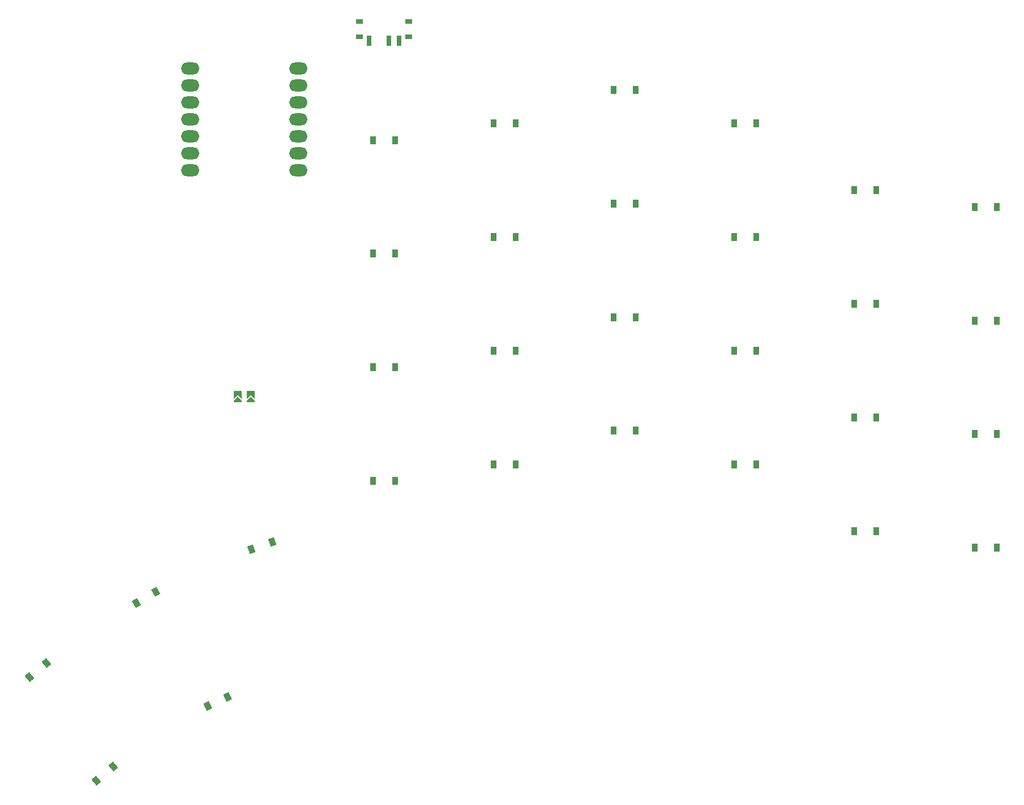
<source format=gbr>
%TF.GenerationSoftware,KiCad,Pcbnew,8.0.6*%
%TF.CreationDate,2025-01-31T15:21:25+01:00*%
%TF.ProjectId,sleepy58,736c6565-7079-4353-982e-6b696361645f,v1.0.0*%
%TF.SameCoordinates,Original*%
%TF.FileFunction,Paste,Bot*%
%TF.FilePolarity,Positive*%
%FSLAX46Y46*%
G04 Gerber Fmt 4.6, Leading zero omitted, Abs format (unit mm)*
G04 Created by KiCad (PCBNEW 8.0.6) date 2025-01-31 15:21:25*
%MOMM*%
%LPD*%
G01*
G04 APERTURE LIST*
G04 Aperture macros list*
%AMRotRect*
0 Rectangle, with rotation*
0 The origin of the aperture is its center*
0 $1 length*
0 $2 width*
0 $3 Rotation angle, in degrees counterclockwise*
0 Add horizontal line*
21,1,$1,$2,0,0,$3*%
%AMFreePoly0*
4,1,6,0.600000,-1.000000,0.000000,-0.400000,-0.600000,-1.000000,-0.600000,0.250000,0.600000,0.250000,0.600000,-1.000000,0.600000,-1.000000,$1*%
%AMFreePoly1*
4,1,6,0.600000,-0.200000,0.600000,-0.400000,-0.600000,-0.400000,-0.600000,-0.200000,0.000000,0.400000,0.600000,-0.200000,0.600000,-0.200000,$1*%
G04 Aperture macros list end*
%ADD10R,0.900000X1.200000*%
%ADD11RotRect,0.900000X1.200000X40.000000*%
%ADD12RotRect,0.900000X1.200000X20.000000*%
%ADD13RotRect,0.900000X1.200000X30.000000*%
%ADD14FreePoly0,0.000000*%
%ADD15FreePoly1,0.000000*%
%ADD16O,2.750000X1.800000*%
%ADD17RotRect,0.900000X1.200000X25.000000*%
%ADD18R,1.000000X0.800000*%
%ADD19R,0.700000X1.500000*%
G04 APERTURE END LIST*
D10*
%TO.C,D1*%
X98350000Y-105000000D03*
X101650000Y-105000000D03*
%TD*%
%TO.C,D21*%
X188350000Y-115000000D03*
X191650000Y-115000000D03*
%TD*%
D11*
%TO.C,D29*%
X56949927Y-149890800D03*
X59477873Y-147769600D03*
%TD*%
D10*
%TO.C,D2*%
X98350000Y-88000000D03*
X101650000Y-88000000D03*
%TD*%
%TO.C,D14*%
X152350000Y-85500000D03*
X155650000Y-85500000D03*
%TD*%
%TO.C,D6*%
X116350000Y-85500000D03*
X119650000Y-85500000D03*
%TD*%
%TO.C,D9*%
X134350000Y-97500000D03*
X137650000Y-97500000D03*
%TD*%
%TO.C,D8*%
X116350000Y-51500000D03*
X119650000Y-51500000D03*
%TD*%
D12*
%TO.C,D25*%
X80159607Y-115262833D03*
X83260593Y-114134167D03*
%TD*%
D13*
%TO.C,D26*%
X62971058Y-123255100D03*
X65828942Y-121605100D03*
%TD*%
D10*
%TO.C,D5*%
X116350000Y-102500000D03*
X119650000Y-102500000D03*
%TD*%
%TO.C,D12*%
X134350000Y-46500000D03*
X137650000Y-46500000D03*
%TD*%
%TO.C,D23*%
X188350000Y-81000000D03*
X191650000Y-81000000D03*
%TD*%
%TO.C,D4*%
X98350000Y-54000000D03*
X101650000Y-54000000D03*
%TD*%
D11*
%TO.C,D27*%
X46949927Y-134390800D03*
X49477873Y-132269600D03*
%TD*%
D10*
%TO.C,D15*%
X152350000Y-68500000D03*
X155650000Y-68500000D03*
%TD*%
%TO.C,D17*%
X170350000Y-112500000D03*
X173650000Y-112500000D03*
%TD*%
D14*
%TO.C,JST1*%
X78100000Y-91784000D03*
X80100000Y-91784000D03*
D15*
X80100000Y-92800000D03*
X78100000Y-92800000D03*
%TD*%
D10*
%TO.C,D22*%
X188350000Y-98000000D03*
X191650000Y-98000000D03*
%TD*%
%TO.C,D7*%
X116350000Y-68500000D03*
X119650000Y-68500000D03*
%TD*%
%TO.C,D20*%
X170350000Y-61500000D03*
X173650000Y-61500000D03*
%TD*%
%TO.C,D10*%
X134350000Y-80500000D03*
X137650000Y-80500000D03*
%TD*%
%TO.C,D3*%
X98350000Y-71000000D03*
X101650000Y-71000000D03*
%TD*%
D16*
%TO.C,MCU1*%
X87194960Y-43280000D03*
X87194960Y-45820000D03*
X87194960Y-48360000D03*
X87194960Y-50900000D03*
X87194960Y-53440000D03*
X87194960Y-55980000D03*
X87194960Y-58520000D03*
X71005040Y-58520000D03*
X71005040Y-55980000D03*
X71005040Y-53440000D03*
X71005040Y-50900000D03*
X71005040Y-48360000D03*
X71005040Y-45820000D03*
X71005040Y-43280000D03*
%TD*%
D10*
%TO.C,D11*%
X134350000Y-63500000D03*
X137650000Y-63500000D03*
%TD*%
%TO.C,D16*%
X152350000Y-51500000D03*
X155650000Y-51500000D03*
%TD*%
D17*
%TO.C,D28*%
X73617692Y-138728820D03*
X76608508Y-137334180D03*
%TD*%
D18*
%TO.C,PWR1*%
X96350000Y-38495000D03*
X103650000Y-38495000D03*
X96350000Y-36285000D03*
X103650000Y-36285000D03*
D19*
X97750000Y-39145000D03*
X100750000Y-39145000D03*
X102250000Y-39145000D03*
%TD*%
D10*
%TO.C,D13*%
X152350000Y-102500000D03*
X155650000Y-102500000D03*
%TD*%
%TO.C,D19*%
X170350000Y-78500000D03*
X173650000Y-78500000D03*
%TD*%
%TO.C,D18*%
X170350000Y-95500000D03*
X173650000Y-95500000D03*
%TD*%
%TO.C,D24*%
X188350000Y-64000000D03*
X191650000Y-64000000D03*
%TD*%
M02*

</source>
